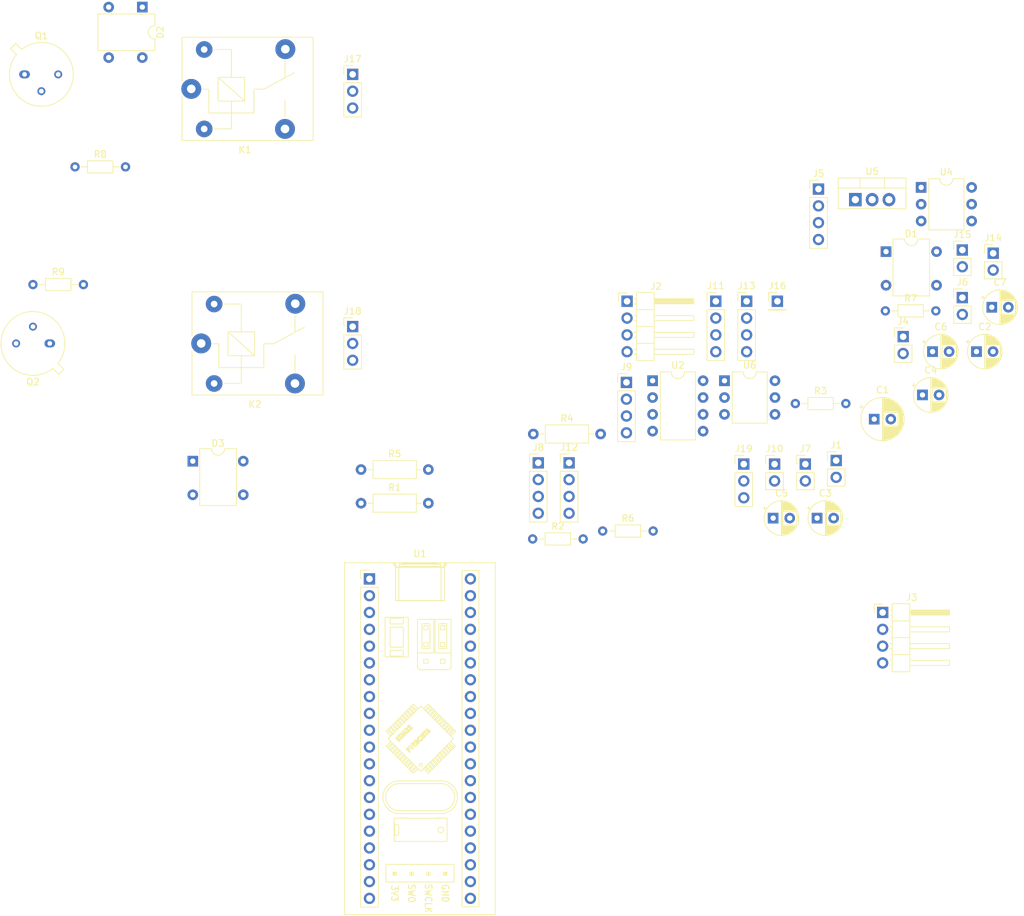
<source format=kicad_pcb>
(kicad_pcb (version 20171130) (host pcbnew 5.1.7)
  (title_block (title stm_proto_board) (date 2020-10-21) (rev 1.1))
  (layers (0 F.Cu signal) (31 B.Cu signal) (34 B.Paste user) (35 F.Paste user) (36 B.SilkS user) (37 F.SilkS user) (38 B.Mask user) (39 F.Mask user) (44 Edge.Cuts user))
  (net 0 "")
  (net 1 GND)
  (net 2 "Net-(C1-Pad1)")
  (net 3 +5V)
  (net 4 door_sensor_1)
  (net 5 door_sensor_2)
  (net 6 door_bell_1)
  (net 7 door_bell_2)
  (net 8 door_sensor_3)
  (net 9 /Valt1)
  (net 10 /Valt2)
  (net 11 "Net-(D2-Pad1)")
  (net 12 "Net-(D2-Pad2)")
  (net 13 "Net-(D3-Pad1)")
  (net 14 "Net-(D3-Pad2)")
  (net 15 "Net-(J2-Pad3)")
  (net 16 "Net-(J2-Pad2)")
  (net 17 "Net-(J3-Pad3)")
  (net 18 /TX)
  (net 19 /RX)
  (net 20 "Net-(J4-Pad2)")
  (net 21 "Net-(J4-Pad1)")
  (net 22 SCL)
  (net 23 SDA)
  (net 24 +3V3)
  (net 25 "Net-(J6-Pad2)")
  (net 26 "Net-(J6-Pad1)")
  (net 27 "Net-(J10-Pad1)")
  (net 28 GND_SCL)
  (net 29 USART2_TX)
  (net 30 USART2_RX)
  (net 31 "Net-(J13-Pad2)")
  (net 32 IRQ)
  (net 33 "Net-(J17-Pad3)")
  (net 34 "Net-(J17-Pad2)")
  (net 35 "Net-(J17-Pad1)")
  (net 36 "Net-(J18-Pad3)")
  (net 37 "Net-(J18-Pad2)")
  (net 38 "Net-(J18-Pad1)")
  (net 39 "Net-(Q1-Pad2)")
  (net 40 "Net-(Q2-Pad2)")
  (net 41 "Net-(R2-Pad1)")
  (net 42 "Net-(R3-Pad1)")
  (net 43 relais1)
  (net 44 relais2)
  (net 45 "Net-(U1-Pad21)")
  (net 46 "Net-(U1-Pad22)")
  (net 47 "Net-(U1-Pad17)")
  (net 48 "Net-(U1-Pad25)")
  (net 49 "Net-(U1-Pad26)")
  (net 50 "Net-(U1-Pad13)")
  (net 51 "Net-(U1-Pad29)")
  (net 52 "Net-(U1-Pad30)")
  (net 53 "Net-(U1-Pad10)")
  (net 54 "Net-(U1-Pad31)")
  (net 55 CAN_TX)
  (net 56 "Net-(U1-Pad32)")
  (net 57 CAN_RX)
  (net 58 "Net-(U1-Pad33)")
  (net 59 "Net-(U1-Pad34)")
  (net 60 "Net-(U1-Pad35)")
  (net 61 CAN_EN)
  (net 62 "Net-(U1-Pad36)")
  (net 63 "Net-(U1-Pad4)")
  (net 64 "Net-(U1-Pad37)")
  (net 65 "Net-(U1-Pad40)")
  (net 66 "Net-(U2-Pad5)")
  (net 67 "Net-(U4-Pad6)")
  (net 68 "Net-(U4-Pad3)")
  (net 69 "Net-(U6-Pad6)")
  (net 70 "Net-(U6-Pad3)")
  (module Package_DIP:DIP-6_W7.62mm (layer F.Cu) (at 181.864759 105.96)
    (fp_text reference U6 (at 3.81 -2.33) (layer F.SilkS))
    (fp_text value 4N25)
    (pad 6 thru_hole oval (at 7.62 0) (size 1.6 1.6) (drill 0.8) (layers *.Cu *.Mask) (net 69 "Net-(U6-Pad6)"))
    (pad 3 thru_hole oval (at 0 5.08) (size 1.6 1.6) (drill 0.8) (layers *.Cu *.Mask) (net 70 "Net-(U6-Pad3)"))
    (pad 5 thru_hole oval (at 7.62 2.54) (size 1.6 1.6) (drill 0.8) (layers *.Cu *.Mask) (net 7 door_bell_2))
    (pad 2 thru_hole oval (at 0 2.54) (size 1.6 1.6) (drill 0.8) (layers *.Cu *.Mask) (net 26 "Net-(J6-Pad1)"))
    (pad 4 thru_hole oval (at 7.62 5.08) (size 1.6 1.6) (drill 0.8) (layers *.Cu *.Mask) (net 1 GND))
    (pad 1 thru_hole rect (at 0 0) (size 1.6 1.6) (drill 0.8) (layers *.Cu *.Mask) (net 42 "Net-(R3-Pad1)"))
  )
  (module Package_TO_SOT_THT:TO-220-3_Vertical (layer F.Cu) (at 201.614759 78.61)
    (fp_text reference U5 (at 2.54 -4.27) (layer F.SilkS))
    (fp_text value L7805)
    (pad 3 thru_hole oval (at 5.08 0) (size 1.905 2) (drill 1.1) (layers *.Cu *.Mask) (net 3 +5V))
    (pad 2 thru_hole oval (at 2.54 0) (size 1.905 2) (drill 1.1) (layers *.Cu *.Mask) (net 1 GND))
    (pad 1 thru_hole rect (at 0 0) (size 1.905 2) (drill 1.1) (layers *.Cu *.Mask) (net 2 "Net-(C1-Pad1)"))
  )
  (module Package_DIP:DIP-6_W7.62mm (layer F.Cu) (at 211.554759 76.76)
    (fp_text reference U4 (at 3.81 -2.33) (layer F.SilkS))
    (fp_text value 4N25)
    (pad 6 thru_hole oval (at 7.62 0) (size 1.6 1.6) (drill 0.8) (layers *.Cu *.Mask) (net 67 "Net-(U4-Pad6)"))
    (pad 3 thru_hole oval (at 0 5.08) (size 1.6 1.6) (drill 0.8) (layers *.Cu *.Mask) (net 68 "Net-(U4-Pad3)"))
    (pad 5 thru_hole oval (at 7.62 2.54) (size 1.6 1.6) (drill 0.8) (layers *.Cu *.Mask) (net 6 door_bell_1))
    (pad 2 thru_hole oval (at 0 2.54) (size 1.6 1.6) (drill 0.8) (layers *.Cu *.Mask) (net 21 "Net-(J4-Pad1)"))
    (pad 4 thru_hole oval (at 7.62 5.08) (size 1.6 1.6) (drill 0.8) (layers *.Cu *.Mask) (net 1 GND))
    (pad 1 thru_hole rect (at 0 0) (size 1.6 1.6) (drill 0.8) (layers *.Cu *.Mask) (net 41 "Net-(R2-Pad1)"))
  )
  (module Package_DIP:DIP-8_W7.62mm (layer F.Cu) (at 171.014759 105.96)
    (fp_text reference U2 (at 3.81 -2.33) (layer F.SilkS))
    (fp_text value MCP2551-I-P)
    (pad 8 thru_hole oval (at 7.62 0) (size 1.6 1.6) (drill 0.8) (layers *.Cu *.Mask) (net 61 CAN_EN))
    (pad 4 thru_hole oval (at 0 7.62) (size 1.6 1.6) (drill 0.8) (layers *.Cu *.Mask) (net 57 CAN_RX))
    (pad 7 thru_hole oval (at 7.62 2.54) (size 1.6 1.6) (drill 0.8) (layers *.Cu *.Mask) (net 16 "Net-(J2-Pad2)"))
    (pad 3 thru_hole oval (at 0 5.08) (size 1.6 1.6) (drill 0.8) (layers *.Cu *.Mask) (net 24 +3V3))
    (pad 6 thru_hole oval (at 7.62 5.08) (size 1.6 1.6) (drill 0.8) (layers *.Cu *.Mask) (net 15 "Net-(J2-Pad3)"))
    (pad 2 thru_hole oval (at 0 2.54) (size 1.6 1.6) (drill 0.8) (layers *.Cu *.Mask) (net 1 GND))
    (pad 5 thru_hole oval (at 7.62 7.62) (size 1.6 1.6) (drill 0.8) (layers *.Cu *.Mask) (net 66 "Net-(U2-Pad5)"))
    (pad 1 thru_hole rect (at 0 0) (size 1.6 1.6) (drill 0.8) (layers *.Cu *.Mask) (net 55 CAN_TX))
  )
  (module Footprints:YAAJ_BluePill_1 (layer F.Cu) (at 128.27 135.89)
    (fp_text reference U1 (at 7.62 -3.81) (layer F.SilkS))
    (fp_text value YAAJ_BluePill_Part_Like hide)
    (fp_text user GND (at 11.43 47.498 270 unlocked) (layer F.SilkS) (effects (font (size 1 0.9))))
    (fp_text user SWCLK (at 8.89 48.26 270 unlocked) (layer F.SilkS) (effects (font (size 1 0.9))))
    (fp_text user SWO (at 6.35 47.498 270 unlocked) (layer F.SilkS) (effects (font (size 1 0.9))))
    (fp_text user 3V3 (at 3.81 47.498 270 unlocked) (layer F.SilkS) (effects (font (size 1 0.9))))
    (pad 20 thru_hole circle (at 0 48.26) (size 1.7 1.7) (drill 1) (layers *.Cu *.Mask) (net 24 +3V3))
    (pad 21 thru_hole circle (at 15.24 48.26) (size 1.7 1.7) (drill 1) (layers *.Cu *.Mask) (net 45 "Net-(U1-Pad21)"))
    (pad 19 thru_hole circle (at 0 45.72) (size 1.7 1.7) (drill 1) (layers *.Cu *.Mask) (net 28 GND_SCL))
    (pad 22 thru_hole circle (at 15.24 45.72) (size 1.7 1.7) (drill 1) (layers *.Cu *.Mask) (net 46 "Net-(U1-Pad22)"))
    (pad 18 thru_hole circle (at 0 43.18) (size 1.7 1.7) (drill 1) (layers *.Cu *.Mask) (net 27 "Net-(J10-Pad1)"))
    (pad 23 thru_hole circle (at 15.24 43.18) (size 1.7 1.7) (drill 1) (layers *.Cu *.Mask) (net 44 relais2))
    (pad 17 thru_hole circle (at 0 40.64) (size 1.7 1.7) (drill 1) (layers *.Cu *.Mask) (net 47 "Net-(U1-Pad17)"))
    (pad 24 thru_hole circle (at 15.24 40.64) (size 1.7 1.7) (drill 1) (layers *.Cu *.Mask) (net 43 relais1))
    (pad 16 thru_hole circle (at 0 38.1) (size 1.7 1.7) (drill 1) (layers *.Cu *.Mask) (net 32 IRQ))
    (pad 25 thru_hole circle (at 15.24 38.1) (size 1.7 1.7) (drill 1) (layers *.Cu *.Mask) (net 48 "Net-(U1-Pad25)"))
    (pad 15 thru_hole circle (at 0 35.56) (size 1.7 1.7) (drill 1) (layers *.Cu *.Mask) (net 23 SDA))
    (pad 26 thru_hole circle (at 15.24 35.56) (size 1.7 1.7) (drill 1) (layers *.Cu *.Mask) (net 49 "Net-(U1-Pad26)"))
    (pad 14 thru_hole circle (at 0 33.02) (size 1.7 1.7) (drill 1) (layers *.Cu *.Mask) (net 22 SCL))
    (pad 27 thru_hole circle (at 15.24 33.02) (size 1.7 1.7) (drill 1) (layers *.Cu *.Mask) (net 29 USART2_TX))
    (pad 13 thru_hole circle (at 0 30.48) (size 1.7 1.7) (drill 1) (layers *.Cu *.Mask) (net 50 "Net-(U1-Pad13)"))
    (pad 28 thru_hole circle (at 15.24 30.48) (size 1.7 1.7) (drill 1) (layers *.Cu *.Mask) (net 30 USART2_RX))
    (pad 12 thru_hole circle (at 0 27.94) (size 1.7 1.7) (drill 1) (layers *.Cu *.Mask) (net 7 door_bell_2))
    (pad 29 thru_hole circle (at 15.24 27.94) (size 1.7 1.7) (drill 1) (layers *.Cu *.Mask) (net 51 "Net-(U1-Pad29)"))
    (pad 11 thru_hole circle (at 0 25.4) (size 1.7 1.7) (drill 1) (layers *.Cu *.Mask) (net 6 door_bell_1))
    (pad 30 thru_hole circle (at 15.24 25.4) (size 1.7 1.7) (drill 1) (layers *.Cu *.Mask) (net 52 "Net-(U1-Pad30)"))
    (pad 10 thru_hole circle (at 0 22.86) (size 1.7 1.7) (drill 1) (layers *.Cu *.Mask) (net 53 "Net-(U1-Pad10)"))
    (pad 31 thru_hole circle (at 15.24 22.86) (size 1.7 1.7) (drill 1) (layers *.Cu *.Mask) (net 54 "Net-(U1-Pad31)"))
    (pad 9 thru_hole circle (at 0 20.32) (size 1.7 1.7) (drill 1) (layers *.Cu *.Mask) (net 55 CAN_TX))
    (pad 32 thru_hole circle (at 15.24 20.32) (size 1.7 1.7) (drill 1) (layers *.Cu *.Mask) (net 56 "Net-(U1-Pad32)"))
    (pad 8 thru_hole circle (at 0 17.78) (size 1.7 1.7) (drill 1) (layers *.Cu *.Mask) (net 57 CAN_RX))
    (pad 33 thru_hole circle (at 15.24 17.78) (size 1.7 1.7) (drill 1) (layers *.Cu *.Mask) (net 58 "Net-(U1-Pad33)"))
    (pad 7 thru_hole circle (at 0 15.24) (size 1.7 1.7) (drill 1) (layers *.Cu *.Mask) (net 30 USART2_RX))
    (pad 34 thru_hole circle (at 15.24 15.24) (size 1.7 1.7) (drill 1) (layers *.Cu *.Mask) (net 59 "Net-(U1-Pad34)"))
    (pad 6 thru_hole circle (at 0 12.7) (size 1.7 1.7) (drill 1) (layers *.Cu *.Mask) (net 29 USART2_TX))
    (pad 35 thru_hole circle (at 15.24 12.7) (size 1.7 1.7) (drill 1) (layers *.Cu *.Mask) (net 60 "Net-(U1-Pad35)"))
    (pad 5 thru_hole circle (at 0 10.16) (size 1.7 1.7) (drill 1) (layers *.Cu *.Mask) (net 61 CAN_EN))
    (pad 36 thru_hole circle (at 15.24 10.16) (size 1.7 1.7) (drill 1) (layers *.Cu *.Mask) (net 62 "Net-(U1-Pad36)"))
    (pad 4 thru_hole circle (at 0 7.62) (size 1.7 1.7) (drill 1) (layers *.Cu *.Mask) (net 63 "Net-(U1-Pad4)"))
    (pad 37 thru_hole circle (at 15.24 7.62) (size 1.7 1.7) (drill 1) (layers *.Cu *.Mask) (net 64 "Net-(U1-Pad37)"))
    (pad 3 thru_hole circle (at 0 5.08) (size 1.7 1.7) (drill 1) (layers *.Cu *.Mask) (net 8 door_sensor_3))
    (pad 38 thru_hole circle (at 15.24 5.08) (size 1.7 1.7) (drill 1) (layers *.Cu *.Mask) (net 24 +3V3))
    (pad 2 thru_hole circle (at 0 2.54) (size 1.7 1.7) (drill 1) (layers *.Cu *.Mask) (net 5 door_sensor_2))
    (pad 39 thru_hole circle (at 15.24 2.54) (size 1.7 1.7) (drill 1) (layers *.Cu *.Mask) (net 1 GND))
    (pad 1 thru_hole rect (at 0 0) (size 1.7 1.7) (drill 1) (layers *.Cu *.Mask) (net 4 door_sensor_1))
    (pad 40 thru_hole circle (at 15.24 0) (size 1.7 1.7) (drill 1) (layers *.Cu *.Mask) (net 65 "Net-(U1-Pad40)"))
  )
  (module Resistor_THT:R_Axial_DIN0204_L3.6mm_D1.6mm_P7.62mm_Horizontal (layer F.Cu) (at 77.47 91.44)
    (fp_text reference R9 (at 3.81 -1.92) (layer F.SilkS))
    (fp_text value 330)
    (pad 2 thru_hole oval (at 7.62 0) (size 1.4 1.4) (drill 0.7) (layers *.Cu *.Mask) (net 44 relais2))
    (pad 1 thru_hole circle (at 0 0) (size 1.4 1.4) (drill 0.7) (layers *.Cu *.Mask) (net 40 "Net-(Q2-Pad2)"))
  )
  (module Resistor_THT:R_Axial_DIN0204_L3.6mm_D1.6mm_P7.62mm_Horizontal (layer F.Cu) (at 83.82 73.66)
    (fp_text reference R8 (at 3.81 -1.92) (layer F.SilkS))
    (fp_text value 330)
    (pad 2 thru_hole oval (at 7.62 0) (size 1.4 1.4) (drill 0.7) (layers *.Cu *.Mask) (net 43 relais1))
    (pad 1 thru_hole circle (at 0 0) (size 1.4 1.4) (drill 0.7) (layers *.Cu *.Mask) (net 39 "Net-(Q1-Pad2)"))
  )
  (module Resistor_THT:R_Axial_DIN0204_L3.6mm_D1.6mm_P7.62mm_Horizontal (layer F.Cu) (at 206.154759 95.41)
    (fp_text reference R7 (at 3.81 -1.92) (layer F.SilkS))
    (fp_text value 330)
    (pad 2 thru_hole oval (at 7.62 0) (size 1.4 1.4) (drill 0.7) (layers *.Cu *.Mask) (net 7 door_bell_2))
    (pad 1 thru_hole circle (at 0 0) (size 1.4 1.4) (drill 0.7) (layers *.Cu *.Mask) (net 24 +3V3))
  )
  (module Resistor_THT:R_Axial_DIN0204_L3.6mm_D1.6mm_P7.62mm_Horizontal (layer F.Cu) (at 163.474759 128.66)
    (fp_text reference R6 (at 3.81 -1.92) (layer F.SilkS))
    (fp_text value 330)
    (pad 2 thru_hole oval (at 7.62 0) (size 1.4 1.4) (drill 0.7) (layers *.Cu *.Mask) (net 6 door_bell_1))
    (pad 1 thru_hole circle (at 0 0) (size 1.4 1.4) (drill 0.7) (layers *.Cu *.Mask) (net 24 +3V3))
  )
  (module Resistor_THT:R_Axial_DIN0207_L6.3mm_D2.5mm_P10.16mm_Horizontal (layer F.Cu) (at 127 119.38)
    (fp_text reference R5 (at 5.08 -2.37) (layer F.SilkS))
    (fp_text value 10k)
    (pad 2 thru_hole oval (at 10.16 0) (size 1.6 1.6) (drill 0.8) (layers *.Cu *.Mask) (net 1 GND))
    (pad 1 thru_hole circle (at 0 0) (size 1.6 1.6) (drill 0.8) (layers *.Cu *.Mask) (net 8 door_sensor_3))
  )
  (module Resistor_THT:R_Axial_DIN0207_L6.3mm_D2.5mm_P10.16mm_Horizontal (layer F.Cu) (at 153.004759 114.01)
    (fp_text reference R4 (at 5.08 -2.37) (layer F.SilkS))
    (fp_text value 10k)
    (pad 2 thru_hole oval (at 10.16 0) (size 1.6 1.6) (drill 0.8) (layers *.Cu *.Mask) (net 1 GND))
    (pad 1 thru_hole circle (at 0 0) (size 1.6 1.6) (drill 0.8) (layers *.Cu *.Mask) (net 5 door_sensor_2))
  )
  (module Resistor_THT:R_Axial_DIN0204_L3.6mm_D1.6mm_P7.62mm_Horizontal (layer F.Cu) (at 192.564759 109.41)
    (fp_text reference R3 (at 3.81 -1.92) (layer F.SilkS))
    (fp_text value 330)
    (pad 2 thru_hole oval (at 7.62 0) (size 1.4 1.4) (drill 0.7) (layers *.Cu *.Mask) (net 25 "Net-(J6-Pad2)"))
    (pad 1 thru_hole circle (at 0 0) (size 1.4 1.4) (drill 0.7) (layers *.Cu *.Mask) (net 42 "Net-(R3-Pad1)"))
  )
  (module Resistor_THT:R_Axial_DIN0204_L3.6mm_D1.6mm_P7.62mm_Horizontal (layer F.Cu) (at 152.904759 129.86)
    (fp_text reference R2 (at 3.81 -1.92) (layer F.SilkS))
    (fp_text value 330)
    (pad 2 thru_hole oval (at 7.62 0) (size 1.4 1.4) (drill 0.7) (layers *.Cu *.Mask) (net 20 "Net-(J4-Pad2)"))
    (pad 1 thru_hole circle (at 0 0) (size 1.4 1.4) (drill 0.7) (layers *.Cu *.Mask) (net 41 "Net-(R2-Pad1)"))
  )
  (module Resistor_THT:R_Axial_DIN0207_L6.3mm_D2.5mm_P10.16mm_Horizontal (layer F.Cu) (at 127 124.46)
    (fp_text reference R1 (at 5.08 -2.37) (layer F.SilkS))
    (fp_text value 10k)
    (pad 2 thru_hole oval (at 10.16 0) (size 1.6 1.6) (drill 0.8) (layers *.Cu *.Mask) (net 1 GND))
    (pad 1 thru_hole circle (at 0 0) (size 1.6 1.6) (drill 0.8) (layers *.Cu *.Mask) (net 4 door_sensor_1))
  )
  (module Package_TO_SOT_THT:TO-39-3 (layer F.Cu) (at 80.01 100.33 180)
    (fp_text reference Q2 (at 2.54 -5.82) (layer F.SilkS))
    (fp_text value 2N2219)
    (pad 3 thru_hole oval (at 5.08 0 180) (size 1.2 1.2) (drill 0.7) (layers *.Cu *.Mask) (net 14 "Net-(D3-Pad2)"))
    (pad 2 thru_hole oval (at 2.54 2.54 180) (size 1.2 1.2) (drill 0.7) (layers *.Cu *.Mask) (net 40 "Net-(Q2-Pad2)"))
    (pad 1 thru_hole oval (at 0 0 180) (size 1.6 1.2) (drill 0.7) (layers *.Cu *.Mask) (net 1 GND))
  )
  (module Package_TO_SOT_THT:TO-39-3 (layer F.Cu) (at 76.2 59.69)
    (fp_text reference Q1 (at 2.54 -5.82) (layer F.SilkS))
    (fp_text value 2N2219)
    (pad 3 thru_hole oval (at 5.08 0) (size 1.2 1.2) (drill 0.7) (layers *.Cu *.Mask) (net 12 "Net-(D2-Pad2)"))
    (pad 2 thru_hole oval (at 2.54 2.54) (size 1.2 1.2) (drill 0.7) (layers *.Cu *.Mask) (net 39 "Net-(Q1-Pad2)"))
    (pad 1 thru_hole oval (at 0 0) (size 1.6 1.2) (drill 0.7) (layers *.Cu *.Mask) (net 1 GND))
  )
  (module Relay_THT:Relay_SPDT_SANYOU_SRD_Series_Form_C (layer F.Cu) (at 102.87 100.33)
    (fp_text reference K2 (at 8.1 9.2) (layer F.SilkS))
    (fp_text value SANYOU_SRD_Form_C)
    (pad 1 thru_hole circle (at 0 0 90) (size 3 3) (drill 1.3) (layers *.Cu *.Mask) (net 37 "Net-(J18-Pad2)"))
    (pad 5 thru_hole circle (at 1.95 -5.95 90) (size 2.5 2.5) (drill 1) (layers *.Cu *.Mask) (net 13 "Net-(D3-Pad1)"))
    (pad 4 thru_hole circle (at 14.2 -6 90) (size 3 3) (drill 1.3) (layers *.Cu *.Mask) (net 38 "Net-(J18-Pad1)"))
    (pad 3 thru_hole circle (at 14.15 6.05 90) (size 3 3) (drill 1.3) (layers *.Cu *.Mask) (net 36 "Net-(J18-Pad3)"))
    (pad 2 thru_hole circle (at 1.95 6.05 90) (size 2.5 2.5) (drill 1) (layers *.Cu *.Mask) (net 14 "Net-(D3-Pad2)"))
  )
  (module Relay_THT:Relay_SPDT_SANYOU_SRD_Series_Form_C (layer F.Cu) (at 101.37 61.88)
    (fp_text reference K1 (at 8.1 9.2) (layer F.SilkS))
    (fp_text value SANYOU_SRD_Form_C)
    (pad 1 thru_hole circle (at 0 0 90) (size 3 3) (drill 1.3) (layers *.Cu *.Mask) (net 34 "Net-(J17-Pad2)"))
    (pad 5 thru_hole circle (at 1.95 -5.95 90) (size 2.5 2.5) (drill 1) (layers *.Cu *.Mask) (net 11 "Net-(D2-Pad1)"))
    (pad 4 thru_hole circle (at 14.2 -6 90) (size 3 3) (drill 1.3) (layers *.Cu *.Mask) (net 35 "Net-(J17-Pad1)"))
    (pad 3 thru_hole circle (at 14.15 6.05 90) (size 3 3) (drill 1.3) (layers *.Cu *.Mask) (net 33 "Net-(J17-Pad3)"))
    (pad 2 thru_hole circle (at 1.95 6.05 90) (size 2.5 2.5) (drill 1) (layers *.Cu *.Mask) (net 12 "Net-(D2-Pad2)"))
  )
  (module Connector_PinHeader_2.54mm:PinHeader_1x03_P2.54mm_Vertical (layer F.Cu) (at 184.774759 118.56)
    (fp_text reference J19 (at 0 -2.33) (layer F.SilkS))
    (fp_text value Conn_01x03)
    (pad 3 thru_hole oval (at 0 5.08) (size 1.7 1.7) (drill 1) (layers *.Cu *.Mask) (net 1 GND))
    (pad 2 thru_hole oval (at 0 2.54) (size 1.7 1.7) (drill 1) (layers *.Cu *.Mask) (net 18 /TX))
    (pad 1 thru_hole rect (at 0 0) (size 1.7 1.7) (drill 1) (layers *.Cu *.Mask) (net 19 /RX))
  )
  (module Connector_PinHeader_2.54mm:PinHeader_1x03_P2.54mm_Vertical (layer F.Cu) (at 125.73 97.79)
    (fp_text reference J18 (at 0 -2.33) (layer F.SilkS))
    (fp_text value Conn_01x03)
    (pad 3 thru_hole oval (at 0 5.08) (size 1.7 1.7) (drill 1) (layers *.Cu *.Mask) (net 36 "Net-(J18-Pad3)"))
    (pad 2 thru_hole oval (at 0 2.54) (size 1.7 1.7) (drill 1) (layers *.Cu *.Mask) (net 37 "Net-(J18-Pad2)"))
    (pad 1 thru_hole rect (at 0 0) (size 1.7 1.7) (drill 1) (layers *.Cu *.Mask) (net 38 "Net-(J18-Pad1)"))
  )
  (module Connector_PinHeader_2.54mm:PinHeader_1x03_P2.54mm_Vertical (layer F.Cu) (at 125.73 59.69)
    (fp_text reference J17 (at 0 -2.33) (layer F.SilkS))
    (fp_text value Conn_01x03)
    (pad 3 thru_hole oval (at 0 5.08) (size 1.7 1.7) (drill 1) (layers *.Cu *.Mask) (net 33 "Net-(J17-Pad3)"))
    (pad 2 thru_hole oval (at 0 2.54) (size 1.7 1.7) (drill 1) (layers *.Cu *.Mask) (net 34 "Net-(J17-Pad2)"))
    (pad 1 thru_hole rect (at 0 0) (size 1.7 1.7) (drill 1) (layers *.Cu *.Mask) (net 35 "Net-(J17-Pad1)"))
  )
  (module Connector_PinHeader_2.54mm:PinHeader_1x01_P2.54mm_Vertical (layer F.Cu) (at 189.854759 93.96)
    (fp_text reference J16 (at 0 -2.33) (layer F.SilkS))
    (fp_text value Conn_01x01)
    (pad 1 thru_hole rect (at 0 0) (size 1.7 1.7) (drill 1) (layers *.Cu *.Mask) (net 32 IRQ))
  )
  (module Connector_PinHeader_2.54mm:PinHeader_1x02_P2.54mm_Vertical (layer F.Cu) (at 217.774759 86.21)
    (fp_text reference J15 (at 0 -2.33) (layer F.SilkS))
    (fp_text value Conn_01x02)
    (pad 2 thru_hole oval (at 0 2.54) (size 1.7 1.7) (drill 1) (layers *.Cu *.Mask) (net 10 /Valt2))
    (pad 1 thru_hole rect (at 0 0) (size 1.7 1.7) (drill 1) (layers *.Cu *.Mask) (net 9 /Valt1))
  )
  (module Connector_PinHeader_2.54mm:PinHeader_1x02_P2.54mm_Vertical (layer F.Cu) (at 222.424759 86.71)
    (fp_text reference J14 (at 0 -2.33) (layer F.SilkS))
    (fp_text value Conn_01x02)
    (pad 2 thru_hole oval (at 0 2.54) (size 1.7 1.7) (drill 1) (layers *.Cu *.Mask) (net 8 door_sensor_3))
    (pad 1 thru_hole rect (at 0 0) (size 1.7 1.7) (drill 1) (layers *.Cu *.Mask) (net 3 +5V))
  )
  (module Connector_PinHeader_2.54mm:PinHeader_1x04_P2.54mm_Vertical (layer F.Cu) (at 185.204759 93.96)
    (fp_text reference J13 (at 0 -2.33) (layer F.SilkS))
    (fp_text value Conn_01x04)
    (pad 4 thru_hole oval (at 0 7.62) (size 1.7 1.7) (drill 1) (layers *.Cu *.Mask) (net 18 /TX))
    (pad 3 thru_hole oval (at 0 5.08) (size 1.7 1.7) (drill 1) (layers *.Cu *.Mask) (net 19 /RX))
    (pad 2 thru_hole oval (at 0 2.54) (size 1.7 1.7) (drill 1) (layers *.Cu *.Mask) (net 31 "Net-(J13-Pad2)"))
    (pad 1 thru_hole rect (at 0 0) (size 1.7 1.7) (drill 1) (layers *.Cu *.Mask) (net 1 GND))
  )
  (module Connector_PinHeader_2.54mm:PinHeader_1x04_P2.54mm_Vertical (layer F.Cu) (at 158.404759 118.36)
    (fp_text reference J12 (at 0 -2.33) (layer F.SilkS))
    (fp_text value Conn_01x04)
    (pad 4 thru_hole oval (at 0 7.62) (size 1.7 1.7) (drill 1) (layers *.Cu *.Mask) (net 29 USART2_TX))
    (pad 3 thru_hole oval (at 0 5.08) (size 1.7 1.7) (drill 1) (layers *.Cu *.Mask) (net 30 USART2_RX))
    (pad 2 thru_hole oval (at 0 2.54) (size 1.7 1.7) (drill 1) (layers *.Cu *.Mask) (net 24 +3V3))
    (pad 1 thru_hole rect (at 0 0) (size 1.7 1.7) (drill 1) (layers *.Cu *.Mask) (net 1 GND))
  )
  (module Connector_PinHeader_2.54mm:PinHeader_1x04_P2.54mm_Vertical (layer F.Cu) (at 180.554759 93.96)
    (fp_text reference J11 (at 0 -2.33) (layer F.SilkS))
    (fp_text value Conn_01x04)
    (pad 4 thru_hole oval (at 0 7.62) (size 1.7 1.7) (drill 1) (layers *.Cu *.Mask) (net 22 SCL))
    (pad 3 thru_hole oval (at 0 5.08) (size 1.7 1.7) (drill 1) (layers *.Cu *.Mask) (net 23 SDA))
    (pad 2 thru_hole oval (at 0 2.54) (size 1.7 1.7) (drill 1) (layers *.Cu *.Mask) (net 28 GND_SCL))
    (pad 1 thru_hole rect (at 0 0) (size 1.7 1.7) (drill 1) (layers *.Cu *.Mask) (net 24 +3V3))
  )
  (module Connector_PinHeader_2.54mm:PinHeader_1x02_P2.54mm_Vertical (layer F.Cu) (at 189.424759 118.56)
    (fp_text reference J10 (at 0 -2.33) (layer F.SilkS))
    (fp_text value Conn_01x02)
    (pad 2 thru_hole oval (at 0 2.54) (size 1.7 1.7) (drill 1) (layers *.Cu *.Mask) (net 3 +5V))
    (pad 1 thru_hole rect (at 0 0) (size 1.7 1.7) (drill 1) (layers *.Cu *.Mask) (net 27 "Net-(J10-Pad1)"))
  )
  (module Connector_PinHeader_2.54mm:PinHeader_1x04_P2.54mm_Vertical (layer F.Cu) (at 167.064759 106.21)
    (fp_text reference J9 (at 0 -2.33) (layer F.SilkS))
    (fp_text value Conn_01x04)
    (pad 4 thru_hole oval (at 0 7.62) (size 1.7 1.7) (drill 1) (layers *.Cu *.Mask) (net 1 GND))
    (pad 3 thru_hole oval (at 0 5.08) (size 1.7 1.7) (drill 1) (layers *.Cu *.Mask) (net 1 GND))
    (pad 2 thru_hole oval (at 0 2.54) (size 1.7 1.7) (drill 1) (layers *.Cu *.Mask) (net 1 GND))
    (pad 1 thru_hole rect (at 0 0) (size 1.7 1.7) (drill 1) (layers *.Cu *.Mask) (net 1 GND))
  )
  (module Connector_PinHeader_2.54mm:PinHeader_1x04_P2.54mm_Vertical (layer F.Cu) (at 153.754759 118.36)
    (fp_text reference J8 (at 0 -2.33) (layer F.SilkS))
    (fp_text value Conn_01x04)
    (pad 4 thru_hole oval (at 0 7.62) (size 1.7 1.7) (drill 1) (layers *.Cu *.Mask) (net 3 +5V))
    (pad 3 thru_hole oval (at 0 5.08) (size 1.7 1.7) (drill 1) (layers *.Cu *.Mask) (net 3 +5V))
    (pad 2 thru_hole oval (at 0 2.54) (size 1.7 1.7) (drill 1) (layers *.Cu *.Mask) (net 3 +5V))
    (pad 1 thru_hole rect (at 0 0) (size 1.7 1.7) (drill 1) (layers *.Cu *.Mask) (net 3 +5V))
  )
  (module Connector_PinHeader_2.54mm:PinHeader_1x02_P2.54mm_Vertical (layer F.Cu) (at 194.074759 118.56)
    (fp_text reference J7 (at 0 -2.33) (layer F.SilkS))
    (fp_text value Conn_01x02)
    (pad 2 thru_hole oval (at 0 2.54) (size 1.7 1.7) (drill 1) (layers *.Cu *.Mask) (net 5 door_sensor_2))
    (pad 1 thru_hole rect (at 0 0) (size 1.7 1.7) (drill 1) (layers *.Cu *.Mask) (net 3 +5V))
  )
  (module Connector_PinHeader_2.54mm:PinHeader_1x02_P2.54mm_Vertical (layer F.Cu) (at 217.774759 93.41)
    (fp_text reference J6 (at 0 -2.33) (layer F.SilkS))
    (fp_text value Conn_01x02)
    (pad 2 thru_hole oval (at 0 2.54) (size 1.7 1.7) (drill 1) (layers *.Cu *.Mask) (net 25 "Net-(J6-Pad2)"))
    (pad 1 thru_hole rect (at 0 0) (size 1.7 1.7) (drill 1) (layers *.Cu *.Mask) (net 26 "Net-(J6-Pad1)"))
  )
  (module Connector_PinHeader_2.54mm:PinHeader_1x04_P2.54mm_Vertical (layer F.Cu) (at 196.054759 77.01)
    (fp_text reference J5 (at 0 -2.33) (layer F.SilkS))
    (fp_text value Conn_01x04)
    (pad 4 thru_hole oval (at 0 7.62) (size 1.7 1.7) (drill 1) (layers *.Cu *.Mask) (net 22 SCL))
    (pad 3 thru_hole oval (at 0 5.08) (size 1.7 1.7) (drill 1) (layers *.Cu *.Mask) (net 23 SDA))
    (pad 2 thru_hole oval (at 0 2.54) (size 1.7 1.7) (drill 1) (layers *.Cu *.Mask) (net 1 GND))
    (pad 1 thru_hole rect (at 0 0) (size 1.7 1.7) (drill 1) (layers *.Cu *.Mask) (net 24 +3V3))
  )
  (module Connector_PinHeader_2.54mm:PinHeader_1x02_P2.54mm_Vertical (layer F.Cu) (at 208.834759 99.31)
    (fp_text reference J4 (at 0 -2.33) (layer F.SilkS))
    (fp_text value Conn_01x02)
    (pad 2 thru_hole oval (at 0 2.54) (size 1.7 1.7) (drill 1) (layers *.Cu *.Mask) (net 20 "Net-(J4-Pad2)"))
    (pad 1 thru_hole rect (at 0 0) (size 1.7 1.7) (drill 1) (layers *.Cu *.Mask) (net 21 "Net-(J4-Pad1)"))
  )
  (module Connector_PinHeader_2.54mm:PinHeader_1x04_P2.54mm_Horizontal (layer F.Cu) (at 205.74 140.97)
    (fp_text reference J3 (at 4.385 -2.27) (layer F.SilkS))
    (fp_text value Conn_01x04)
    (pad 4 thru_hole oval (at 0 7.62) (size 1.7 1.7) (drill 1) (layers *.Cu *.Mask) (net 1 GND))
    (pad 3 thru_hole oval (at 0 5.08) (size 1.7 1.7) (drill 1) (layers *.Cu *.Mask) (net 17 "Net-(J3-Pad3)"))
    (pad 2 thru_hole oval (at 0 2.54) (size 1.7 1.7) (drill 1) (layers *.Cu *.Mask) (net 18 /TX))
    (pad 1 thru_hole rect (at 0 0) (size 1.7 1.7) (drill 1) (layers *.Cu *.Mask) (net 19 /RX))
  )
  (module Connector_PinHeader_2.54mm:PinHeader_1x04_P2.54mm_Horizontal (layer F.Cu) (at 167.154759 93.96)
    (fp_text reference J2 (at 4.385 -2.27) (layer F.SilkS))
    (fp_text value Conn_01x04)
    (pad 4 thru_hole oval (at 0 7.62) (size 1.7 1.7) (drill 1) (layers *.Cu *.Mask) (net 10 /Valt2))
    (pad 3 thru_hole oval (at 0 5.08) (size 1.7 1.7) (drill 1) (layers *.Cu *.Mask) (net 15 "Net-(J2-Pad3)"))
    (pad 2 thru_hole oval (at 0 2.54) (size 1.7 1.7) (drill 1) (layers *.Cu *.Mask) (net 16 "Net-(J2-Pad2)"))
    (pad 1 thru_hole rect (at 0 0) (size 1.7 1.7) (drill 1) (layers *.Cu *.Mask) (net 9 /Valt1))
  )
  (module Connector_PinHeader_2.54mm:PinHeader_1x02_P2.54mm_Vertical (layer F.Cu) (at 198.724759 118.01)
    (fp_text reference J1 (at 0 -2.33) (layer F.SilkS))
    (fp_text value Conn_01x02)
    (pad 2 thru_hole oval (at 0 2.54) (size 1.7 1.7) (drill 1) (layers *.Cu *.Mask) (net 4 door_sensor_1))
    (pad 1 thru_hole rect (at 0 0) (size 1.7 1.7) (drill 1) (layers *.Cu *.Mask) (net 3 +5V))
  )
  (module Diode_THT:Diode_Bridge_DIP-4_W7.62mm_P5.08mm (layer F.Cu) (at 101.6 118.11)
    (fp_text reference D3 (at 3.8 -2.7) (layer F.SilkS))
    (fp_text value D)
    (pad 1 thru_hole rect (at 0 0) (size 1.6 1.6) (drill 0.8) (layers *.Cu *.Mask) (net 13 "Net-(D3-Pad1)"))
    (pad 3 thru_hole oval (at 7.62 5.08) (size 1.6 1.6) (drill 0.8) (layers *.Cu *.Mask))
    (pad 2 thru_hole oval (at 0 5.08) (size 1.6 1.6) (drill 0.8) (layers *.Cu *.Mask) (net 14 "Net-(D3-Pad2)"))
    (pad 4 thru_hole oval (at 7.62 0) (size 1.6 1.6) (drill 0.8) (layers *.Cu *.Mask))
  )
  (module Diode_THT:Diode_Bridge_DIP-4_W7.62mm_P5.08mm (layer F.Cu) (at 93.98 49.53 270)
    (fp_text reference D2 (at 3.8 -2.7 90) (layer F.SilkS))
    (fp_text value D)
    (pad 1 thru_hole rect (at 0 0 270) (size 1.6 1.6) (drill 0.8) (layers *.Cu *.Mask) (net 11 "Net-(D2-Pad1)"))
    (pad 3 thru_hole oval (at 7.62 5.08 270) (size 1.6 1.6) (drill 0.8) (layers *.Cu *.Mask))
    (pad 2 thru_hole oval (at 0 5.08 270) (size 1.6 1.6) (drill 0.8) (layers *.Cu *.Mask) (net 12 "Net-(D2-Pad2)"))
    (pad 4 thru_hole oval (at 7.62 0 270) (size 1.6 1.6) (drill 0.8) (layers *.Cu *.Mask))
  )
  (module Diode_THT:Diode_Bridge_DIP-4_W7.62mm_P5.08mm (layer F.Cu) (at 206.254759 86.46)
    (fp_text reference D1 (at 3.8 -2.7) (layer F.SilkS))
    (fp_text value D_Bridge_+-AA)
    (pad 1 thru_hole rect (at 0 0) (size 1.6 1.6) (drill 0.8) (layers *.Cu *.Mask) (net 2 "Net-(C1-Pad1)"))
    (pad 3 thru_hole oval (at 7.62 5.08) (size 1.6 1.6) (drill 0.8) (layers *.Cu *.Mask) (net 9 /Valt1))
    (pad 2 thru_hole oval (at 0 5.08) (size 1.6 1.6) (drill 0.8) (layers *.Cu *.Mask) (net 1 GND))
    (pad 4 thru_hole oval (at 7.62 0) (size 1.6 1.6) (drill 0.8) (layers *.Cu *.Mask) (net 10 /Valt2))
  )
  (module Capacitor_THT:CP_Radial_D5.0mm_P2.50mm (layer F.Cu) (at 222.214534 94.86)
    (fp_text reference C7 (at 1.25 -3.75) (layer F.SilkS))
    (fp_text value C)
    (pad 2 thru_hole circle (at 2.5 0) (size 1.6 1.6) (drill 0.8) (layers *.Cu *.Mask) (net 8 door_sensor_3))
    (pad 1 thru_hole rect (at 0 0) (size 1.6 1.6) (drill 0.8) (layers *.Cu *.Mask) (net 1 GND))
  )
  (module Capacitor_THT:CP_Radial_D5.0mm_P2.50mm (layer F.Cu) (at 213.274534 101.56)
    (fp_text reference C6 (at 1.25 -3.75) (layer F.SilkS))
    (fp_text value C)
    (pad 2 thru_hole circle (at 2.5 0) (size 1.6 1.6) (drill 0.8) (layers *.Cu *.Mask) (net 7 door_bell_2))
    (pad 1 thru_hole rect (at 0 0) (size 1.6 1.6) (drill 0.8) (layers *.Cu *.Mask) (net 1 GND))
  )
  (module Capacitor_THT:CP_Radial_D5.0mm_P2.50mm (layer F.Cu) (at 189.214534 126.71)
    (fp_text reference C5 (at 1.25 -3.75) (layer F.SilkS))
    (fp_text value C)
    (pad 2 thru_hole circle (at 2.5 0) (size 1.6 1.6) (drill 0.8) (layers *.Cu *.Mask) (net 6 door_bell_1))
    (pad 1 thru_hole rect (at 0 0) (size 1.6 1.6) (drill 0.8) (layers *.Cu *.Mask) (net 1 GND))
  )
  (module Capacitor_THT:CP_Radial_D5.0mm_P2.50mm (layer F.Cu) (at 211.754534 108.11)
    (fp_text reference C4 (at 1.25 -3.75) (layer F.SilkS))
    (fp_text value C)
    (pad 2 thru_hole circle (at 2.5 0) (size 1.6 1.6) (drill 0.8) (layers *.Cu *.Mask) (net 5 door_sensor_2))
    (pad 1 thru_hole rect (at 0 0) (size 1.6 1.6) (drill 0.8) (layers *.Cu *.Mask) (net 1 GND))
  )
  (module Capacitor_THT:CP_Radial_D5.0mm_P2.50mm (layer F.Cu) (at 195.844534 126.71)
    (fp_text reference C3 (at 1.25 -3.75) (layer F.SilkS))
    (fp_text value C)
    (pad 2 thru_hole circle (at 2.5 0) (size 1.6 1.6) (drill 0.8) (layers *.Cu *.Mask) (net 4 door_sensor_1))
    (pad 1 thru_hole rect (at 0 0) (size 1.6 1.6) (drill 0.8) (layers *.Cu *.Mask) (net 1 GND))
  )
  (module Capacitor_THT:CP_Radial_D5.0mm_P2.50mm (layer F.Cu) (at 219.904534 101.56)
    (fp_text reference C2 (at 1.25 -3.75) (layer F.SilkS))
    (fp_text value CAP)
    (pad 2 thru_hole circle (at 2.5 0) (size 1.6 1.6) (drill 0.8) (layers *.Cu *.Mask) (net 1 GND))
    (pad 1 thru_hole rect (at 0 0) (size 1.6 1.6) (drill 0.8) (layers *.Cu *.Mask) (net 3 +5V))
  )
  (module Capacitor_THT:CP_Radial_D6.3mm_P2.50mm (layer F.Cu) (at 204.47 111.76)
    (fp_text reference C1 (at 1.25 -4.4) (layer F.SilkS))
    (fp_text value CAP)
    (pad 2 thru_hole circle (at 2.5 0) (size 1.6 1.6) (drill 0.8) (layers *.Cu *.Mask) (net 1 GND))
    (pad 1 thru_hole rect (at 0 0) (size 1.6 1.6) (drill 0.8) (layers *.Cu *.Mask) (net 2 "Net-(C1-Pad1)"))
  )
)
</source>
